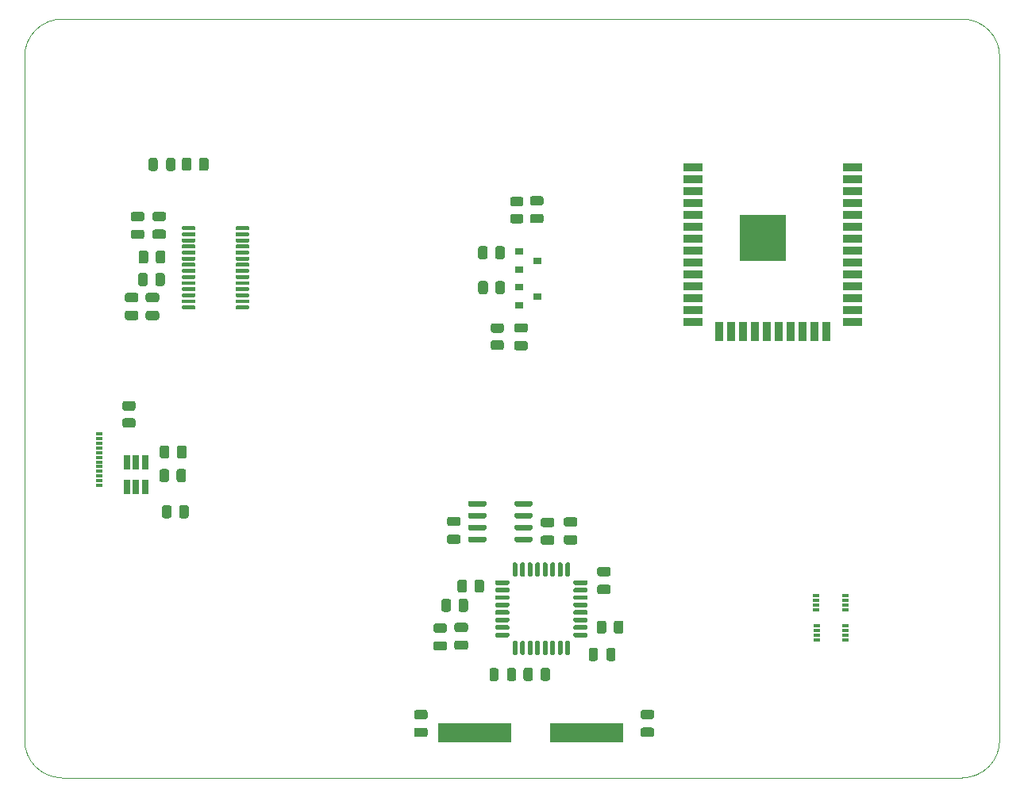
<source format=gbr>
%TF.GenerationSoftware,KiCad,Pcbnew,(5.1.10)-1*%
%TF.CreationDate,2021-08-05T14:48:44-04:00*%
%TF.ProjectId,ftdi-testing-board,66746469-2d74-4657-9374-696e672d626f,rev?*%
%TF.SameCoordinates,Original*%
%TF.FileFunction,Paste,Top*%
%TF.FilePolarity,Positive*%
%FSLAX46Y46*%
G04 Gerber Fmt 4.6, Leading zero omitted, Abs format (unit mm)*
G04 Created by KiCad (PCBNEW (5.1.10)-1) date 2021-08-05 14:48:44*
%MOMM*%
%LPD*%
G01*
G04 APERTURE LIST*
%TA.AperFunction,Profile*%
%ADD10C,0.050000*%
%TD*%
%ADD11R,0.650000X1.560000*%
%ADD12R,0.700000X0.350000*%
%ADD13R,0.900000X0.800000*%
%ADD14R,0.800000X0.300000*%
%ADD15R,5.000000X5.000000*%
%ADD16R,2.000000X0.900000*%
%ADD17R,0.900000X2.000000*%
%ADD18R,7.875000X2.000000*%
G04 APERTURE END LIST*
D10*
X242000000Y-94000000D02*
G75*
G03*
X238000000Y-90000000I-4000000J0D01*
G01*
X238000000Y-171000000D02*
G75*
G03*
X242000000Y-167000000I0J4000000D01*
G01*
X138000000Y-167000000D02*
G75*
G03*
X142000000Y-171000000I4000000J0D01*
G01*
X142000000Y-90000000D02*
G75*
G03*
X138000000Y-94000000I0J-4000000D01*
G01*
X138000000Y-167000000D02*
X138000000Y-94000000D01*
X238000000Y-90000000D02*
X142000000Y-90000000D01*
X242000000Y-167000000D02*
X242000000Y-94000000D01*
X142000000Y-171000000D02*
X238000000Y-171000000D01*
%TO.C,C1*%
G36*
G01*
X193098440Y-111795220D02*
X192148440Y-111795220D01*
G75*
G02*
X191898440Y-111545220I0J250000D01*
G01*
X191898440Y-111045220D01*
G75*
G02*
X192148440Y-110795220I250000J0D01*
G01*
X193098440Y-110795220D01*
G75*
G02*
X193348440Y-111045220I0J-250000D01*
G01*
X193348440Y-111545220D01*
G75*
G02*
X193098440Y-111795220I-250000J0D01*
G01*
G37*
G36*
G01*
X193098440Y-109895220D02*
X192148440Y-109895220D01*
G75*
G02*
X191898440Y-109645220I0J250000D01*
G01*
X191898440Y-109145220D01*
G75*
G02*
X192148440Y-108895220I250000J0D01*
G01*
X193098440Y-108895220D01*
G75*
G02*
X193348440Y-109145220I0J-250000D01*
G01*
X193348440Y-109645220D01*
G75*
G02*
X193098440Y-109895220I-250000J0D01*
G01*
G37*
%TD*%
%TO.C,C2*%
G36*
G01*
X190469500Y-124366440D02*
X191419500Y-124366440D01*
G75*
G02*
X191669500Y-124616440I0J-250000D01*
G01*
X191669500Y-125116440D01*
G75*
G02*
X191419500Y-125366440I-250000J0D01*
G01*
X190469500Y-125366440D01*
G75*
G02*
X190219500Y-125116440I0J250000D01*
G01*
X190219500Y-124616440D01*
G75*
G02*
X190469500Y-124366440I250000J0D01*
G01*
G37*
G36*
G01*
X190469500Y-122466440D02*
X191419500Y-122466440D01*
G75*
G02*
X191669500Y-122716440I0J-250000D01*
G01*
X191669500Y-123216440D01*
G75*
G02*
X191419500Y-123466440I-250000J0D01*
G01*
X190469500Y-123466440D01*
G75*
G02*
X190219500Y-123216440I0J250000D01*
G01*
X190219500Y-122716440D01*
G75*
G02*
X190469500Y-122466440I250000J0D01*
G01*
G37*
%TD*%
%TO.C,C3*%
G36*
G01*
X184091560Y-156342540D02*
X185041560Y-156342540D01*
G75*
G02*
X185291560Y-156592540I0J-250000D01*
G01*
X185291560Y-157092540D01*
G75*
G02*
X185041560Y-157342540I-250000J0D01*
G01*
X184091560Y-157342540D01*
G75*
G02*
X183841560Y-157092540I0J250000D01*
G01*
X183841560Y-156592540D01*
G75*
G02*
X184091560Y-156342540I250000J0D01*
G01*
G37*
G36*
G01*
X184091560Y-154442540D02*
X185041560Y-154442540D01*
G75*
G02*
X185291560Y-154692540I0J-250000D01*
G01*
X185291560Y-155192540D01*
G75*
G02*
X185041560Y-155442540I-250000J0D01*
G01*
X184091560Y-155442540D01*
G75*
G02*
X183841560Y-155192540I0J250000D01*
G01*
X183841560Y-154692540D01*
G75*
G02*
X184091560Y-154442540I250000J0D01*
G01*
G37*
%TD*%
%TO.C,C4*%
G36*
G01*
X181846200Y-154518700D02*
X182796200Y-154518700D01*
G75*
G02*
X183046200Y-154768700I0J-250000D01*
G01*
X183046200Y-155268700D01*
G75*
G02*
X182796200Y-155518700I-250000J0D01*
G01*
X181846200Y-155518700D01*
G75*
G02*
X181596200Y-155268700I0J250000D01*
G01*
X181596200Y-154768700D01*
G75*
G02*
X181846200Y-154518700I250000J0D01*
G01*
G37*
G36*
G01*
X181846200Y-156418700D02*
X182796200Y-156418700D01*
G75*
G02*
X183046200Y-156668700I0J-250000D01*
G01*
X183046200Y-157168700D01*
G75*
G02*
X182796200Y-157418700I-250000J0D01*
G01*
X181846200Y-157418700D01*
G75*
G02*
X181596200Y-157168700I0J250000D01*
G01*
X181596200Y-156668700D01*
G75*
G02*
X181846200Y-156418700I250000J0D01*
G01*
G37*
%TD*%
%TO.C,C5*%
G36*
G01*
X152829280Y-113469080D02*
X151879280Y-113469080D01*
G75*
G02*
X151629280Y-113219080I0J250000D01*
G01*
X151629280Y-112719080D01*
G75*
G02*
X151879280Y-112469080I250000J0D01*
G01*
X152829280Y-112469080D01*
G75*
G02*
X153079280Y-112719080I0J-250000D01*
G01*
X153079280Y-113219080D01*
G75*
G02*
X152829280Y-113469080I-250000J0D01*
G01*
G37*
G36*
G01*
X152829280Y-111569080D02*
X151879280Y-111569080D01*
G75*
G02*
X151629280Y-111319080I0J250000D01*
G01*
X151629280Y-110819080D01*
G75*
G02*
X151879280Y-110569080I250000J0D01*
G01*
X152829280Y-110569080D01*
G75*
G02*
X153079280Y-110819080I0J-250000D01*
G01*
X153079280Y-111319080D01*
G75*
G02*
X152829280Y-111569080I-250000J0D01*
G01*
G37*
%TD*%
%TO.C,C6*%
G36*
G01*
X196700160Y-146092880D02*
X195750160Y-146092880D01*
G75*
G02*
X195500160Y-145842880I0J250000D01*
G01*
X195500160Y-145342880D01*
G75*
G02*
X195750160Y-145092880I250000J0D01*
G01*
X196700160Y-145092880D01*
G75*
G02*
X196950160Y-145342880I0J-250000D01*
G01*
X196950160Y-145842880D01*
G75*
G02*
X196700160Y-146092880I-250000J0D01*
G01*
G37*
G36*
G01*
X196700160Y-144192880D02*
X195750160Y-144192880D01*
G75*
G02*
X195500160Y-143942880I0J250000D01*
G01*
X195500160Y-143442880D01*
G75*
G02*
X195750160Y-143192880I250000J0D01*
G01*
X196700160Y-143192880D01*
G75*
G02*
X196950160Y-143442880I0J-250000D01*
G01*
X196950160Y-143942880D01*
G75*
G02*
X196700160Y-144192880I-250000J0D01*
G01*
G37*
%TD*%
%TO.C,C7*%
G36*
G01*
X148945580Y-119227980D02*
X149895580Y-119227980D01*
G75*
G02*
X150145580Y-119477980I0J-250000D01*
G01*
X150145580Y-119977980D01*
G75*
G02*
X149895580Y-120227980I-250000J0D01*
G01*
X148945580Y-120227980D01*
G75*
G02*
X148695580Y-119977980I0J250000D01*
G01*
X148695580Y-119477980D01*
G75*
G02*
X148945580Y-119227980I250000J0D01*
G01*
G37*
G36*
G01*
X148945580Y-121127980D02*
X149895580Y-121127980D01*
G75*
G02*
X150145580Y-121377980I0J-250000D01*
G01*
X150145580Y-121877980D01*
G75*
G02*
X149895580Y-122127980I-250000J0D01*
G01*
X148945580Y-122127980D01*
G75*
G02*
X148695580Y-121877980I0J250000D01*
G01*
X148695580Y-121377980D01*
G75*
G02*
X148945580Y-121127980I250000J0D01*
G01*
G37*
%TD*%
%TO.C,C8*%
G36*
G01*
X180738800Y-166654140D02*
X179788800Y-166654140D01*
G75*
G02*
X179538800Y-166404140I0J250000D01*
G01*
X179538800Y-165904140D01*
G75*
G02*
X179788800Y-165654140I250000J0D01*
G01*
X180738800Y-165654140D01*
G75*
G02*
X180988800Y-165904140I0J-250000D01*
G01*
X180988800Y-166404140D01*
G75*
G02*
X180738800Y-166654140I-250000J0D01*
G01*
G37*
G36*
G01*
X180738800Y-164754140D02*
X179788800Y-164754140D01*
G75*
G02*
X179538800Y-164504140I0J250000D01*
G01*
X179538800Y-164004140D01*
G75*
G02*
X179788800Y-163754140I250000J0D01*
G01*
X180738800Y-163754140D01*
G75*
G02*
X180988800Y-164004140I0J-250000D01*
G01*
X180988800Y-164504140D01*
G75*
G02*
X180738800Y-164754140I-250000J0D01*
G01*
G37*
%TD*%
%TO.C,C9*%
G36*
G01*
X151155380Y-119230480D02*
X152105380Y-119230480D01*
G75*
G02*
X152355380Y-119480480I0J-250000D01*
G01*
X152355380Y-119980480D01*
G75*
G02*
X152105380Y-120230480I-250000J0D01*
G01*
X151155380Y-120230480D01*
G75*
G02*
X150905380Y-119980480I0J250000D01*
G01*
X150905380Y-119480480D01*
G75*
G02*
X151155380Y-119230480I250000J0D01*
G01*
G37*
G36*
G01*
X151155380Y-121130480D02*
X152105380Y-121130480D01*
G75*
G02*
X152355380Y-121380480I0J-250000D01*
G01*
X152355380Y-121880480D01*
G75*
G02*
X152105380Y-122130480I-250000J0D01*
G01*
X151155380Y-122130480D01*
G75*
G02*
X150905380Y-121880480I0J250000D01*
G01*
X150905380Y-121380480D01*
G75*
G02*
X151155380Y-121130480I250000J0D01*
G01*
G37*
%TD*%
%TO.C,C10*%
G36*
G01*
X204896740Y-164733860D02*
X203946740Y-164733860D01*
G75*
G02*
X203696740Y-164483860I0J250000D01*
G01*
X203696740Y-163983860D01*
G75*
G02*
X203946740Y-163733860I250000J0D01*
G01*
X204896740Y-163733860D01*
G75*
G02*
X205146740Y-163983860I0J-250000D01*
G01*
X205146740Y-164483860D01*
G75*
G02*
X204896740Y-164733860I-250000J0D01*
G01*
G37*
G36*
G01*
X204896740Y-166633860D02*
X203946740Y-166633860D01*
G75*
G02*
X203696740Y-166383860I0J250000D01*
G01*
X203696740Y-165883860D01*
G75*
G02*
X203946740Y-165633860I250000J0D01*
G01*
X204896740Y-165633860D01*
G75*
G02*
X205146740Y-165883860I0J-250000D01*
G01*
X205146740Y-166383860D01*
G75*
G02*
X204896740Y-166633860I-250000J0D01*
G01*
G37*
%TD*%
%TO.C,C11*%
G36*
G01*
X200263780Y-149496400D02*
X199313780Y-149496400D01*
G75*
G02*
X199063780Y-149246400I0J250000D01*
G01*
X199063780Y-148746400D01*
G75*
G02*
X199313780Y-148496400I250000J0D01*
G01*
X200263780Y-148496400D01*
G75*
G02*
X200513780Y-148746400I0J-250000D01*
G01*
X200513780Y-149246400D01*
G75*
G02*
X200263780Y-149496400I-250000J0D01*
G01*
G37*
G36*
G01*
X200263780Y-151396400D02*
X199313780Y-151396400D01*
G75*
G02*
X199063780Y-151146400I0J250000D01*
G01*
X199063780Y-150646400D01*
G75*
G02*
X199313780Y-150396400I250000J0D01*
G01*
X200263780Y-150396400D01*
G75*
G02*
X200513780Y-150646400I0J-250000D01*
G01*
X200513780Y-151146400D01*
G75*
G02*
X200263780Y-151396400I-250000J0D01*
G01*
G37*
%TD*%
D11*
%TO.C,D1*%
X150835400Y-137283200D03*
X149885400Y-137283200D03*
X148935400Y-137283200D03*
X148935400Y-139983200D03*
X150835400Y-139983200D03*
X149885400Y-139983200D03*
%TD*%
%TO.C,D2*%
G36*
G01*
X198170980Y-158291850D02*
X198170980Y-157379350D01*
G75*
G02*
X198414730Y-157135600I243750J0D01*
G01*
X198902230Y-157135600D01*
G75*
G02*
X199145980Y-157379350I0J-243750D01*
G01*
X199145980Y-158291850D01*
G75*
G02*
X198902230Y-158535600I-243750J0D01*
G01*
X198414730Y-158535600D01*
G75*
G02*
X198170980Y-158291850I0J243750D01*
G01*
G37*
G36*
G01*
X200045980Y-158291850D02*
X200045980Y-157379350D01*
G75*
G02*
X200289730Y-157135600I243750J0D01*
G01*
X200777230Y-157135600D01*
G75*
G02*
X201020980Y-157379350I0J-243750D01*
G01*
X201020980Y-158291850D01*
G75*
G02*
X200777230Y-158535600I-243750J0D01*
G01*
X200289730Y-158535600D01*
G75*
G02*
X200045980Y-158291850I0J243750D01*
G01*
G37*
%TD*%
%TO.C,D3*%
G36*
G01*
X187571320Y-160438150D02*
X187571320Y-159525650D01*
G75*
G02*
X187815070Y-159281900I243750J0D01*
G01*
X188302570Y-159281900D01*
G75*
G02*
X188546320Y-159525650I0J-243750D01*
G01*
X188546320Y-160438150D01*
G75*
G02*
X188302570Y-160681900I-243750J0D01*
G01*
X187815070Y-160681900D01*
G75*
G02*
X187571320Y-160438150I0J243750D01*
G01*
G37*
G36*
G01*
X189446320Y-160438150D02*
X189446320Y-159525650D01*
G75*
G02*
X189690070Y-159281900I243750J0D01*
G01*
X190177570Y-159281900D01*
G75*
G02*
X190421320Y-159525650I0J-243750D01*
G01*
X190421320Y-160438150D01*
G75*
G02*
X190177570Y-160681900I-243750J0D01*
G01*
X189690070Y-160681900D01*
G75*
G02*
X189446320Y-160438150I0J243750D01*
G01*
G37*
%TD*%
%TO.C,D4*%
G36*
G01*
X153094080Y-105978010D02*
X153094080Y-105065510D01*
G75*
G02*
X153337830Y-104821760I243750J0D01*
G01*
X153825330Y-104821760D01*
G75*
G02*
X154069080Y-105065510I0J-243750D01*
G01*
X154069080Y-105978010D01*
G75*
G02*
X153825330Y-106221760I-243750J0D01*
G01*
X153337830Y-106221760D01*
G75*
G02*
X153094080Y-105978010I0J243750D01*
G01*
G37*
G36*
G01*
X151219080Y-105978010D02*
X151219080Y-105065510D01*
G75*
G02*
X151462830Y-104821760I243750J0D01*
G01*
X151950330Y-104821760D01*
G75*
G02*
X152194080Y-105065510I0J-243750D01*
G01*
X152194080Y-105978010D01*
G75*
G02*
X151950330Y-106221760I-243750J0D01*
G01*
X151462830Y-106221760D01*
G75*
G02*
X151219080Y-105978010I0J243750D01*
G01*
G37*
%TD*%
%TO.C,FB1*%
G36*
G01*
X153447800Y-135770199D02*
X153447800Y-136670201D01*
G75*
G02*
X153197801Y-136920200I-249999J0D01*
G01*
X152672799Y-136920200D01*
G75*
G02*
X152422800Y-136670201I0J249999D01*
G01*
X152422800Y-135770199D01*
G75*
G02*
X152672799Y-135520200I249999J0D01*
G01*
X153197801Y-135520200D01*
G75*
G02*
X153447800Y-135770199I0J-249999D01*
G01*
G37*
G36*
G01*
X155272800Y-135770199D02*
X155272800Y-136670201D01*
G75*
G02*
X155022801Y-136920200I-249999J0D01*
G01*
X154497799Y-136920200D01*
G75*
G02*
X154247800Y-136670201I0J249999D01*
G01*
X154247800Y-135770199D01*
G75*
G02*
X154497799Y-135520200I249999J0D01*
G01*
X155022801Y-135520200D01*
G75*
G02*
X155272800Y-135770199I0J-249999D01*
G01*
G37*
%TD*%
%TO.C,FB2*%
G36*
G01*
X155222000Y-138284799D02*
X155222000Y-139184801D01*
G75*
G02*
X154972001Y-139434800I-249999J0D01*
G01*
X154446999Y-139434800D01*
G75*
G02*
X154197000Y-139184801I0J249999D01*
G01*
X154197000Y-138284799D01*
G75*
G02*
X154446999Y-138034800I249999J0D01*
G01*
X154972001Y-138034800D01*
G75*
G02*
X155222000Y-138284799I0J-249999D01*
G01*
G37*
G36*
G01*
X153397000Y-138284799D02*
X153397000Y-139184801D01*
G75*
G02*
X153147001Y-139434800I-249999J0D01*
G01*
X152621999Y-139434800D01*
G75*
G02*
X152372000Y-139184801I0J249999D01*
G01*
X152372000Y-138284799D01*
G75*
G02*
X152621999Y-138034800I249999J0D01*
G01*
X153147001Y-138034800D01*
G75*
G02*
X153397000Y-138284799I0J-249999D01*
G01*
G37*
%TD*%
D12*
%TO.C,J3*%
X145980200Y-139783000D03*
X145980200Y-139283000D03*
X145980200Y-138783000D03*
X145980200Y-138283000D03*
X145980200Y-137783000D03*
X145980200Y-137283000D03*
X145980200Y-136783000D03*
X145980200Y-136283000D03*
X145980200Y-135783000D03*
X145980200Y-135283000D03*
X145980200Y-134783000D03*
X145980200Y-134283000D03*
%TD*%
D13*
%TO.C,Q1*%
X192726820Y-115788440D03*
X190726820Y-116738440D03*
X190726820Y-114838440D03*
%TD*%
%TO.C,Q2*%
X190726820Y-118635740D03*
X190726820Y-120535740D03*
X192726820Y-119585740D03*
%TD*%
%TO.C,R1*%
G36*
G01*
X187389820Y-114487539D02*
X187389820Y-115387541D01*
G75*
G02*
X187139821Y-115637540I-249999J0D01*
G01*
X186614819Y-115637540D01*
G75*
G02*
X186364820Y-115387541I0J249999D01*
G01*
X186364820Y-114487539D01*
G75*
G02*
X186614819Y-114237540I249999J0D01*
G01*
X187139821Y-114237540D01*
G75*
G02*
X187389820Y-114487539I0J-249999D01*
G01*
G37*
G36*
G01*
X189214820Y-114487539D02*
X189214820Y-115387541D01*
G75*
G02*
X188964821Y-115637540I-249999J0D01*
G01*
X188439819Y-115637540D01*
G75*
G02*
X188189820Y-115387541I0J249999D01*
G01*
X188189820Y-114487539D01*
G75*
G02*
X188439819Y-114237540I249999J0D01*
G01*
X188964821Y-114237540D01*
G75*
G02*
X189214820Y-114487539I0J-249999D01*
G01*
G37*
%TD*%
%TO.C,R2*%
G36*
G01*
X189230060Y-118218799D02*
X189230060Y-119118801D01*
G75*
G02*
X188980061Y-119368800I-249999J0D01*
G01*
X188455059Y-119368800D01*
G75*
G02*
X188205060Y-119118801I0J249999D01*
G01*
X188205060Y-118218799D01*
G75*
G02*
X188455059Y-117968800I249999J0D01*
G01*
X188980061Y-117968800D01*
G75*
G02*
X189230060Y-118218799I0J-249999D01*
G01*
G37*
G36*
G01*
X187405060Y-118218799D02*
X187405060Y-119118801D01*
G75*
G02*
X187155061Y-119368800I-249999J0D01*
G01*
X186630059Y-119368800D01*
G75*
G02*
X186380060Y-119118801I0J249999D01*
G01*
X186380060Y-118218799D01*
G75*
G02*
X186630059Y-117968800I249999J0D01*
G01*
X187155061Y-117968800D01*
G75*
G02*
X187405060Y-118218799I0J-249999D01*
G01*
G37*
%TD*%
%TO.C,R3*%
G36*
G01*
X152651400Y-143045601D02*
X152651400Y-142145599D01*
G75*
G02*
X152901399Y-141895600I249999J0D01*
G01*
X153426401Y-141895600D01*
G75*
G02*
X153676400Y-142145599I0J-249999D01*
G01*
X153676400Y-143045601D01*
G75*
G02*
X153426401Y-143295600I-249999J0D01*
G01*
X152901399Y-143295600D01*
G75*
G02*
X152651400Y-143045601I0J249999D01*
G01*
G37*
G36*
G01*
X154476400Y-143045601D02*
X154476400Y-142145599D01*
G75*
G02*
X154726399Y-141895600I249999J0D01*
G01*
X155251401Y-141895600D01*
G75*
G02*
X155501400Y-142145599I0J-249999D01*
G01*
X155501400Y-143045601D01*
G75*
G02*
X155251401Y-143295600I-249999J0D01*
G01*
X154726399Y-143295600D01*
G75*
G02*
X154476400Y-143045601I0J249999D01*
G01*
G37*
%TD*%
%TO.C,R4*%
G36*
G01*
X149573401Y-131807000D02*
X148673399Y-131807000D01*
G75*
G02*
X148423400Y-131557001I0J249999D01*
G01*
X148423400Y-131031999D01*
G75*
G02*
X148673399Y-130782000I249999J0D01*
G01*
X149573401Y-130782000D01*
G75*
G02*
X149823400Y-131031999I0J-249999D01*
G01*
X149823400Y-131557001D01*
G75*
G02*
X149573401Y-131807000I-249999J0D01*
G01*
G37*
G36*
G01*
X149573401Y-133632000D02*
X148673399Y-133632000D01*
G75*
G02*
X148423400Y-133382001I0J249999D01*
G01*
X148423400Y-132856999D01*
G75*
G02*
X148673399Y-132607000I249999J0D01*
G01*
X149573401Y-132607000D01*
G75*
G02*
X149823400Y-132856999I0J-249999D01*
G01*
X149823400Y-133382001D01*
G75*
G02*
X149573401Y-133632000I-249999J0D01*
G01*
G37*
%TD*%
%TO.C,R5*%
G36*
G01*
X190042379Y-110785860D02*
X190942381Y-110785860D01*
G75*
G02*
X191192380Y-111035859I0J-249999D01*
G01*
X191192380Y-111560861D01*
G75*
G02*
X190942381Y-111810860I-249999J0D01*
G01*
X190042379Y-111810860D01*
G75*
G02*
X189792380Y-111560861I0J249999D01*
G01*
X189792380Y-111035859D01*
G75*
G02*
X190042379Y-110785860I249999J0D01*
G01*
G37*
G36*
G01*
X190042379Y-108960860D02*
X190942381Y-108960860D01*
G75*
G02*
X191192380Y-109210859I0J-249999D01*
G01*
X191192380Y-109735861D01*
G75*
G02*
X190942381Y-109985860I-249999J0D01*
G01*
X190042379Y-109985860D01*
G75*
G02*
X189792380Y-109735861I0J249999D01*
G01*
X189792380Y-109210859D01*
G75*
G02*
X190042379Y-108960860I249999J0D01*
G01*
G37*
%TD*%
%TO.C,R6*%
G36*
G01*
X188864661Y-125323020D02*
X187964659Y-125323020D01*
G75*
G02*
X187714660Y-125073021I0J249999D01*
G01*
X187714660Y-124548019D01*
G75*
G02*
X187964659Y-124298020I249999J0D01*
G01*
X188864661Y-124298020D01*
G75*
G02*
X189114660Y-124548019I0J-249999D01*
G01*
X189114660Y-125073021D01*
G75*
G02*
X188864661Y-125323020I-249999J0D01*
G01*
G37*
G36*
G01*
X188864661Y-123498020D02*
X187964659Y-123498020D01*
G75*
G02*
X187714660Y-123248021I0J249999D01*
G01*
X187714660Y-122723019D01*
G75*
G02*
X187964659Y-122473020I249999J0D01*
G01*
X188864661Y-122473020D01*
G75*
G02*
X189114660Y-122723019I0J-249999D01*
G01*
X189114660Y-123248021D01*
G75*
G02*
X188864661Y-123498020I-249999J0D01*
G01*
G37*
%TD*%
%TO.C,R7*%
G36*
G01*
X183475040Y-152137959D02*
X183475040Y-153037961D01*
G75*
G02*
X183225041Y-153287960I-249999J0D01*
G01*
X182700039Y-153287960D01*
G75*
G02*
X182450040Y-153037961I0J249999D01*
G01*
X182450040Y-152137959D01*
G75*
G02*
X182700039Y-151887960I249999J0D01*
G01*
X183225041Y-151887960D01*
G75*
G02*
X183475040Y-152137959I0J-249999D01*
G01*
G37*
G36*
G01*
X185300040Y-152137959D02*
X185300040Y-153037961D01*
G75*
G02*
X185050041Y-153287960I-249999J0D01*
G01*
X184525039Y-153287960D01*
G75*
G02*
X184275040Y-153037961I0J249999D01*
G01*
X184275040Y-152137959D01*
G75*
G02*
X184525039Y-151887960I249999J0D01*
G01*
X185050041Y-151887960D01*
G75*
G02*
X185300040Y-152137959I0J-249999D01*
G01*
G37*
%TD*%
%TO.C,R8*%
G36*
G01*
X187009460Y-150093259D02*
X187009460Y-150993261D01*
G75*
G02*
X186759461Y-151243260I-249999J0D01*
G01*
X186234459Y-151243260D01*
G75*
G02*
X185984460Y-150993261I0J249999D01*
G01*
X185984460Y-150093259D01*
G75*
G02*
X186234459Y-149843260I249999J0D01*
G01*
X186759461Y-149843260D01*
G75*
G02*
X187009460Y-150093259I0J-249999D01*
G01*
G37*
G36*
G01*
X185184460Y-150093259D02*
X185184460Y-150993261D01*
G75*
G02*
X184934461Y-151243260I-249999J0D01*
G01*
X184409459Y-151243260D01*
G75*
G02*
X184159460Y-150993261I0J249999D01*
G01*
X184159460Y-150093259D01*
G75*
G02*
X184409459Y-149843260I249999J0D01*
G01*
X184934461Y-149843260D01*
G75*
G02*
X185184460Y-150093259I0J-249999D01*
G01*
G37*
%TD*%
%TO.C,R9*%
G36*
G01*
X153004580Y-114959979D02*
X153004580Y-115859981D01*
G75*
G02*
X152754581Y-116109980I-249999J0D01*
G01*
X152229579Y-116109980D01*
G75*
G02*
X151979580Y-115859981I0J249999D01*
G01*
X151979580Y-114959979D01*
G75*
G02*
X152229579Y-114709980I249999J0D01*
G01*
X152754581Y-114709980D01*
G75*
G02*
X153004580Y-114959979I0J-249999D01*
G01*
G37*
G36*
G01*
X151179580Y-114959979D02*
X151179580Y-115859981D01*
G75*
G02*
X150929581Y-116109980I-249999J0D01*
G01*
X150404579Y-116109980D01*
G75*
G02*
X150154580Y-115859981I0J249999D01*
G01*
X150154580Y-114959979D01*
G75*
G02*
X150404579Y-114709980I249999J0D01*
G01*
X150929581Y-114709980D01*
G75*
G02*
X151179580Y-114959979I0J-249999D01*
G01*
G37*
%TD*%
%TO.C,R10*%
G36*
G01*
X151130680Y-117360279D02*
X151130680Y-118260281D01*
G75*
G02*
X150880681Y-118510280I-249999J0D01*
G01*
X150355679Y-118510280D01*
G75*
G02*
X150105680Y-118260281I0J249999D01*
G01*
X150105680Y-117360279D01*
G75*
G02*
X150355679Y-117110280I249999J0D01*
G01*
X150880681Y-117110280D01*
G75*
G02*
X151130680Y-117360279I0J-249999D01*
G01*
G37*
G36*
G01*
X152955680Y-117360279D02*
X152955680Y-118260281D01*
G75*
G02*
X152705681Y-118510280I-249999J0D01*
G01*
X152180679Y-118510280D01*
G75*
G02*
X151930680Y-118260281I0J249999D01*
G01*
X151930680Y-117360279D01*
G75*
G02*
X152180679Y-117110280I249999J0D01*
G01*
X152705681Y-117110280D01*
G75*
G02*
X152955680Y-117360279I0J-249999D01*
G01*
G37*
%TD*%
%TO.C,R11*%
G36*
G01*
X200842200Y-155372221D02*
X200842200Y-154472219D01*
G75*
G02*
X201092199Y-154222220I249999J0D01*
G01*
X201617201Y-154222220D01*
G75*
G02*
X201867200Y-154472219I0J-249999D01*
G01*
X201867200Y-155372221D01*
G75*
G02*
X201617201Y-155622220I-249999J0D01*
G01*
X201092199Y-155622220D01*
G75*
G02*
X200842200Y-155372221I0J249999D01*
G01*
G37*
G36*
G01*
X199017200Y-155372221D02*
X199017200Y-154472219D01*
G75*
G02*
X199267199Y-154222220I249999J0D01*
G01*
X199792201Y-154222220D01*
G75*
G02*
X200042200Y-154472219I0J-249999D01*
G01*
X200042200Y-155372221D01*
G75*
G02*
X199792201Y-155622220I-249999J0D01*
G01*
X199267199Y-155622220D01*
G75*
G02*
X199017200Y-155372221I0J249999D01*
G01*
G37*
%TD*%
%TO.C,R12*%
G36*
G01*
X194050980Y-159498879D02*
X194050980Y-160398881D01*
G75*
G02*
X193800981Y-160648880I-249999J0D01*
G01*
X193275979Y-160648880D01*
G75*
G02*
X193025980Y-160398881I0J249999D01*
G01*
X193025980Y-159498879D01*
G75*
G02*
X193275979Y-159248880I249999J0D01*
G01*
X193800981Y-159248880D01*
G75*
G02*
X194050980Y-159498879I0J-249999D01*
G01*
G37*
G36*
G01*
X192225980Y-159498879D02*
X192225980Y-160398881D01*
G75*
G02*
X191975981Y-160648880I-249999J0D01*
G01*
X191450979Y-160648880D01*
G75*
G02*
X191200980Y-160398881I0J249999D01*
G01*
X191200980Y-159498879D01*
G75*
G02*
X191450979Y-159248880I249999J0D01*
G01*
X191975981Y-159248880D01*
G75*
G02*
X192225980Y-159498879I0J-249999D01*
G01*
G37*
%TD*%
%TO.C,R13*%
G36*
G01*
X157614680Y-105046359D02*
X157614680Y-105946361D01*
G75*
G02*
X157364681Y-106196360I-249999J0D01*
G01*
X156839679Y-106196360D01*
G75*
G02*
X156589680Y-105946361I0J249999D01*
G01*
X156589680Y-105046359D01*
G75*
G02*
X156839679Y-104796360I249999J0D01*
G01*
X157364681Y-104796360D01*
G75*
G02*
X157614680Y-105046359I0J-249999D01*
G01*
G37*
G36*
G01*
X155789680Y-105046359D02*
X155789680Y-105946361D01*
G75*
G02*
X155539681Y-106196360I-249999J0D01*
G01*
X155014679Y-106196360D01*
G75*
G02*
X154764680Y-105946361I0J249999D01*
G01*
X154764680Y-105046359D01*
G75*
G02*
X155014679Y-104796360I249999J0D01*
G01*
X155539681Y-104796360D01*
G75*
G02*
X155789680Y-105046359I0J-249999D01*
G01*
G37*
%TD*%
D14*
%TO.C,U1*%
X225527200Y-151540780D03*
X225527200Y-152040780D03*
X225527200Y-152540780D03*
X225527200Y-153040780D03*
X222427200Y-153040780D03*
X222427200Y-152540780D03*
X222427200Y-152040780D03*
X222427200Y-151540780D03*
%TD*%
%TO.C,U2*%
X222478000Y-154791980D03*
X222478000Y-155291980D03*
X222478000Y-155791980D03*
X222478000Y-156291980D03*
X225578000Y-156291980D03*
X225578000Y-155791980D03*
X225578000Y-155291980D03*
X225578000Y-154791980D03*
%TD*%
D15*
%TO.C,U3*%
X216774000Y-113366460D03*
D16*
X226274000Y-105866460D03*
X226274000Y-107136460D03*
X226274000Y-108406460D03*
X226274000Y-109676460D03*
X226274000Y-110946460D03*
X226274000Y-112216460D03*
X226274000Y-113486460D03*
X226274000Y-114756460D03*
X226274000Y-116026460D03*
X226274000Y-117296460D03*
X226274000Y-118566460D03*
X226274000Y-119836460D03*
X226274000Y-121106460D03*
X226274000Y-122376460D03*
D17*
X223489000Y-123376460D03*
X222219000Y-123376460D03*
X220949000Y-123376460D03*
X219679000Y-123376460D03*
X218409000Y-123376460D03*
X217139000Y-123376460D03*
X215869000Y-123376460D03*
X214599000Y-123376460D03*
X213329000Y-123376460D03*
X212059000Y-123376460D03*
D16*
X209274000Y-122376460D03*
X209274000Y-121106460D03*
X209274000Y-119836460D03*
X209274000Y-118566460D03*
X209274000Y-117296460D03*
X209274000Y-116026460D03*
X209274000Y-114756460D03*
X209274000Y-113486460D03*
X209274000Y-112216460D03*
X209274000Y-110946460D03*
X209274000Y-109676460D03*
X209274000Y-108406460D03*
X209274000Y-107136460D03*
X209274000Y-105866460D03*
%TD*%
%TO.C,C12*%
G36*
G01*
X184251620Y-144137000D02*
X183301620Y-144137000D01*
G75*
G02*
X183051620Y-143887000I0J250000D01*
G01*
X183051620Y-143387000D01*
G75*
G02*
X183301620Y-143137000I250000J0D01*
G01*
X184251620Y-143137000D01*
G75*
G02*
X184501620Y-143387000I0J-250000D01*
G01*
X184501620Y-143887000D01*
G75*
G02*
X184251620Y-144137000I-250000J0D01*
G01*
G37*
G36*
G01*
X184251620Y-146037000D02*
X183301620Y-146037000D01*
G75*
G02*
X183051620Y-145787000I0J250000D01*
G01*
X183051620Y-145287000D01*
G75*
G02*
X183301620Y-145037000I250000J0D01*
G01*
X184251620Y-145037000D01*
G75*
G02*
X184501620Y-145287000I0J-250000D01*
G01*
X184501620Y-145787000D01*
G75*
G02*
X184251620Y-146037000I-250000J0D01*
G01*
G37*
%TD*%
%TO.C,U5*%
G36*
G01*
X192189780Y-145389460D02*
X192189780Y-145689460D01*
G75*
G02*
X192039780Y-145839460I-150000J0D01*
G01*
X190389780Y-145839460D01*
G75*
G02*
X190239780Y-145689460I0J150000D01*
G01*
X190239780Y-145389460D01*
G75*
G02*
X190389780Y-145239460I150000J0D01*
G01*
X192039780Y-145239460D01*
G75*
G02*
X192189780Y-145389460I0J-150000D01*
G01*
G37*
G36*
G01*
X192189780Y-144119460D02*
X192189780Y-144419460D01*
G75*
G02*
X192039780Y-144569460I-150000J0D01*
G01*
X190389780Y-144569460D01*
G75*
G02*
X190239780Y-144419460I0J150000D01*
G01*
X190239780Y-144119460D01*
G75*
G02*
X190389780Y-143969460I150000J0D01*
G01*
X192039780Y-143969460D01*
G75*
G02*
X192189780Y-144119460I0J-150000D01*
G01*
G37*
G36*
G01*
X192189780Y-142849460D02*
X192189780Y-143149460D01*
G75*
G02*
X192039780Y-143299460I-150000J0D01*
G01*
X190389780Y-143299460D01*
G75*
G02*
X190239780Y-143149460I0J150000D01*
G01*
X190239780Y-142849460D01*
G75*
G02*
X190389780Y-142699460I150000J0D01*
G01*
X192039780Y-142699460D01*
G75*
G02*
X192189780Y-142849460I0J-150000D01*
G01*
G37*
G36*
G01*
X192189780Y-141579460D02*
X192189780Y-141879460D01*
G75*
G02*
X192039780Y-142029460I-150000J0D01*
G01*
X190389780Y-142029460D01*
G75*
G02*
X190239780Y-141879460I0J150000D01*
G01*
X190239780Y-141579460D01*
G75*
G02*
X190389780Y-141429460I150000J0D01*
G01*
X192039780Y-141429460D01*
G75*
G02*
X192189780Y-141579460I0J-150000D01*
G01*
G37*
G36*
G01*
X187239780Y-141579460D02*
X187239780Y-141879460D01*
G75*
G02*
X187089780Y-142029460I-150000J0D01*
G01*
X185439780Y-142029460D01*
G75*
G02*
X185289780Y-141879460I0J150000D01*
G01*
X185289780Y-141579460D01*
G75*
G02*
X185439780Y-141429460I150000J0D01*
G01*
X187089780Y-141429460D01*
G75*
G02*
X187239780Y-141579460I0J-150000D01*
G01*
G37*
G36*
G01*
X187239780Y-142849460D02*
X187239780Y-143149460D01*
G75*
G02*
X187089780Y-143299460I-150000J0D01*
G01*
X185439780Y-143299460D01*
G75*
G02*
X185289780Y-143149460I0J150000D01*
G01*
X185289780Y-142849460D01*
G75*
G02*
X185439780Y-142699460I150000J0D01*
G01*
X187089780Y-142699460D01*
G75*
G02*
X187239780Y-142849460I0J-150000D01*
G01*
G37*
G36*
G01*
X187239780Y-144119460D02*
X187239780Y-144419460D01*
G75*
G02*
X187089780Y-144569460I-150000J0D01*
G01*
X185439780Y-144569460D01*
G75*
G02*
X185289780Y-144419460I0J150000D01*
G01*
X185289780Y-144119460D01*
G75*
G02*
X185439780Y-143969460I150000J0D01*
G01*
X187089780Y-143969460D01*
G75*
G02*
X187239780Y-144119460I0J-150000D01*
G01*
G37*
G36*
G01*
X187239780Y-145389460D02*
X187239780Y-145689460D01*
G75*
G02*
X187089780Y-145839460I-150000J0D01*
G01*
X185439780Y-145839460D01*
G75*
G02*
X185289780Y-145689460I0J150000D01*
G01*
X185289780Y-145389460D01*
G75*
G02*
X185439780Y-145239460I150000J0D01*
G01*
X187089780Y-145239460D01*
G75*
G02*
X187239780Y-145389460I0J-150000D01*
G01*
G37*
%TD*%
%TO.C,C13*%
G36*
G01*
X150517880Y-111584280D02*
X149567880Y-111584280D01*
G75*
G02*
X149317880Y-111334280I0J250000D01*
G01*
X149317880Y-110834280D01*
G75*
G02*
X149567880Y-110584280I250000J0D01*
G01*
X150517880Y-110584280D01*
G75*
G02*
X150767880Y-110834280I0J-250000D01*
G01*
X150767880Y-111334280D01*
G75*
G02*
X150517880Y-111584280I-250000J0D01*
G01*
G37*
G36*
G01*
X150517880Y-113484280D02*
X149567880Y-113484280D01*
G75*
G02*
X149317880Y-113234280I0J250000D01*
G01*
X149317880Y-112734280D01*
G75*
G02*
X149567880Y-112484280I250000J0D01*
G01*
X150517880Y-112484280D01*
G75*
G02*
X150767880Y-112734280I0J-250000D01*
G01*
X150767880Y-113234280D01*
G75*
G02*
X150517880Y-113484280I-250000J0D01*
G01*
G37*
%TD*%
%TO.C,C14*%
G36*
G01*
X194243980Y-144236060D02*
X193293980Y-144236060D01*
G75*
G02*
X193043980Y-143986060I0J250000D01*
G01*
X193043980Y-143486060D01*
G75*
G02*
X193293980Y-143236060I250000J0D01*
G01*
X194243980Y-143236060D01*
G75*
G02*
X194493980Y-143486060I0J-250000D01*
G01*
X194493980Y-143986060D01*
G75*
G02*
X194243980Y-144236060I-250000J0D01*
G01*
G37*
G36*
G01*
X194243980Y-146136060D02*
X193293980Y-146136060D01*
G75*
G02*
X193043980Y-145886060I0J250000D01*
G01*
X193043980Y-145386060D01*
G75*
G02*
X193293980Y-145136060I250000J0D01*
G01*
X194243980Y-145136060D01*
G75*
G02*
X194493980Y-145386060I0J-250000D01*
G01*
X194493980Y-145886060D01*
G75*
G02*
X194243980Y-146136060I-250000J0D01*
G01*
G37*
%TD*%
%TO.C,U8*%
G36*
G01*
X161961380Y-120677980D02*
X161961380Y-120877980D01*
G75*
G02*
X161861380Y-120977980I-100000J0D01*
G01*
X160586380Y-120977980D01*
G75*
G02*
X160486380Y-120877980I0J100000D01*
G01*
X160486380Y-120677980D01*
G75*
G02*
X160586380Y-120577980I100000J0D01*
G01*
X161861380Y-120577980D01*
G75*
G02*
X161961380Y-120677980I0J-100000D01*
G01*
G37*
G36*
G01*
X161961380Y-120027980D02*
X161961380Y-120227980D01*
G75*
G02*
X161861380Y-120327980I-100000J0D01*
G01*
X160586380Y-120327980D01*
G75*
G02*
X160486380Y-120227980I0J100000D01*
G01*
X160486380Y-120027980D01*
G75*
G02*
X160586380Y-119927980I100000J0D01*
G01*
X161861380Y-119927980D01*
G75*
G02*
X161961380Y-120027980I0J-100000D01*
G01*
G37*
G36*
G01*
X161961380Y-119377980D02*
X161961380Y-119577980D01*
G75*
G02*
X161861380Y-119677980I-100000J0D01*
G01*
X160586380Y-119677980D01*
G75*
G02*
X160486380Y-119577980I0J100000D01*
G01*
X160486380Y-119377980D01*
G75*
G02*
X160586380Y-119277980I100000J0D01*
G01*
X161861380Y-119277980D01*
G75*
G02*
X161961380Y-119377980I0J-100000D01*
G01*
G37*
G36*
G01*
X161961380Y-118727980D02*
X161961380Y-118927980D01*
G75*
G02*
X161861380Y-119027980I-100000J0D01*
G01*
X160586380Y-119027980D01*
G75*
G02*
X160486380Y-118927980I0J100000D01*
G01*
X160486380Y-118727980D01*
G75*
G02*
X160586380Y-118627980I100000J0D01*
G01*
X161861380Y-118627980D01*
G75*
G02*
X161961380Y-118727980I0J-100000D01*
G01*
G37*
G36*
G01*
X161961380Y-118077980D02*
X161961380Y-118277980D01*
G75*
G02*
X161861380Y-118377980I-100000J0D01*
G01*
X160586380Y-118377980D01*
G75*
G02*
X160486380Y-118277980I0J100000D01*
G01*
X160486380Y-118077980D01*
G75*
G02*
X160586380Y-117977980I100000J0D01*
G01*
X161861380Y-117977980D01*
G75*
G02*
X161961380Y-118077980I0J-100000D01*
G01*
G37*
G36*
G01*
X161961380Y-117427980D02*
X161961380Y-117627980D01*
G75*
G02*
X161861380Y-117727980I-100000J0D01*
G01*
X160586380Y-117727980D01*
G75*
G02*
X160486380Y-117627980I0J100000D01*
G01*
X160486380Y-117427980D01*
G75*
G02*
X160586380Y-117327980I100000J0D01*
G01*
X161861380Y-117327980D01*
G75*
G02*
X161961380Y-117427980I0J-100000D01*
G01*
G37*
G36*
G01*
X161961380Y-116777980D02*
X161961380Y-116977980D01*
G75*
G02*
X161861380Y-117077980I-100000J0D01*
G01*
X160586380Y-117077980D01*
G75*
G02*
X160486380Y-116977980I0J100000D01*
G01*
X160486380Y-116777980D01*
G75*
G02*
X160586380Y-116677980I100000J0D01*
G01*
X161861380Y-116677980D01*
G75*
G02*
X161961380Y-116777980I0J-100000D01*
G01*
G37*
G36*
G01*
X161961380Y-116127980D02*
X161961380Y-116327980D01*
G75*
G02*
X161861380Y-116427980I-100000J0D01*
G01*
X160586380Y-116427980D01*
G75*
G02*
X160486380Y-116327980I0J100000D01*
G01*
X160486380Y-116127980D01*
G75*
G02*
X160586380Y-116027980I100000J0D01*
G01*
X161861380Y-116027980D01*
G75*
G02*
X161961380Y-116127980I0J-100000D01*
G01*
G37*
G36*
G01*
X161961380Y-115477980D02*
X161961380Y-115677980D01*
G75*
G02*
X161861380Y-115777980I-100000J0D01*
G01*
X160586380Y-115777980D01*
G75*
G02*
X160486380Y-115677980I0J100000D01*
G01*
X160486380Y-115477980D01*
G75*
G02*
X160586380Y-115377980I100000J0D01*
G01*
X161861380Y-115377980D01*
G75*
G02*
X161961380Y-115477980I0J-100000D01*
G01*
G37*
G36*
G01*
X161961380Y-114827980D02*
X161961380Y-115027980D01*
G75*
G02*
X161861380Y-115127980I-100000J0D01*
G01*
X160586380Y-115127980D01*
G75*
G02*
X160486380Y-115027980I0J100000D01*
G01*
X160486380Y-114827980D01*
G75*
G02*
X160586380Y-114727980I100000J0D01*
G01*
X161861380Y-114727980D01*
G75*
G02*
X161961380Y-114827980I0J-100000D01*
G01*
G37*
G36*
G01*
X161961380Y-114177980D02*
X161961380Y-114377980D01*
G75*
G02*
X161861380Y-114477980I-100000J0D01*
G01*
X160586380Y-114477980D01*
G75*
G02*
X160486380Y-114377980I0J100000D01*
G01*
X160486380Y-114177980D01*
G75*
G02*
X160586380Y-114077980I100000J0D01*
G01*
X161861380Y-114077980D01*
G75*
G02*
X161961380Y-114177980I0J-100000D01*
G01*
G37*
G36*
G01*
X161961380Y-113527980D02*
X161961380Y-113727980D01*
G75*
G02*
X161861380Y-113827980I-100000J0D01*
G01*
X160586380Y-113827980D01*
G75*
G02*
X160486380Y-113727980I0J100000D01*
G01*
X160486380Y-113527980D01*
G75*
G02*
X160586380Y-113427980I100000J0D01*
G01*
X161861380Y-113427980D01*
G75*
G02*
X161961380Y-113527980I0J-100000D01*
G01*
G37*
G36*
G01*
X161961380Y-112877980D02*
X161961380Y-113077980D01*
G75*
G02*
X161861380Y-113177980I-100000J0D01*
G01*
X160586380Y-113177980D01*
G75*
G02*
X160486380Y-113077980I0J100000D01*
G01*
X160486380Y-112877980D01*
G75*
G02*
X160586380Y-112777980I100000J0D01*
G01*
X161861380Y-112777980D01*
G75*
G02*
X161961380Y-112877980I0J-100000D01*
G01*
G37*
G36*
G01*
X161961380Y-112227980D02*
X161961380Y-112427980D01*
G75*
G02*
X161861380Y-112527980I-100000J0D01*
G01*
X160586380Y-112527980D01*
G75*
G02*
X160486380Y-112427980I0J100000D01*
G01*
X160486380Y-112227980D01*
G75*
G02*
X160586380Y-112127980I100000J0D01*
G01*
X161861380Y-112127980D01*
G75*
G02*
X161961380Y-112227980I0J-100000D01*
G01*
G37*
G36*
G01*
X156236380Y-112227980D02*
X156236380Y-112427980D01*
G75*
G02*
X156136380Y-112527980I-100000J0D01*
G01*
X154861380Y-112527980D01*
G75*
G02*
X154761380Y-112427980I0J100000D01*
G01*
X154761380Y-112227980D01*
G75*
G02*
X154861380Y-112127980I100000J0D01*
G01*
X156136380Y-112127980D01*
G75*
G02*
X156236380Y-112227980I0J-100000D01*
G01*
G37*
G36*
G01*
X156236380Y-112877980D02*
X156236380Y-113077980D01*
G75*
G02*
X156136380Y-113177980I-100000J0D01*
G01*
X154861380Y-113177980D01*
G75*
G02*
X154761380Y-113077980I0J100000D01*
G01*
X154761380Y-112877980D01*
G75*
G02*
X154861380Y-112777980I100000J0D01*
G01*
X156136380Y-112777980D01*
G75*
G02*
X156236380Y-112877980I0J-100000D01*
G01*
G37*
G36*
G01*
X156236380Y-113527980D02*
X156236380Y-113727980D01*
G75*
G02*
X156136380Y-113827980I-100000J0D01*
G01*
X154861380Y-113827980D01*
G75*
G02*
X154761380Y-113727980I0J100000D01*
G01*
X154761380Y-113527980D01*
G75*
G02*
X154861380Y-113427980I100000J0D01*
G01*
X156136380Y-113427980D01*
G75*
G02*
X156236380Y-113527980I0J-100000D01*
G01*
G37*
G36*
G01*
X156236380Y-114177980D02*
X156236380Y-114377980D01*
G75*
G02*
X156136380Y-114477980I-100000J0D01*
G01*
X154861380Y-114477980D01*
G75*
G02*
X154761380Y-114377980I0J100000D01*
G01*
X154761380Y-114177980D01*
G75*
G02*
X154861380Y-114077980I100000J0D01*
G01*
X156136380Y-114077980D01*
G75*
G02*
X156236380Y-114177980I0J-100000D01*
G01*
G37*
G36*
G01*
X156236380Y-114827980D02*
X156236380Y-115027980D01*
G75*
G02*
X156136380Y-115127980I-100000J0D01*
G01*
X154861380Y-115127980D01*
G75*
G02*
X154761380Y-115027980I0J100000D01*
G01*
X154761380Y-114827980D01*
G75*
G02*
X154861380Y-114727980I100000J0D01*
G01*
X156136380Y-114727980D01*
G75*
G02*
X156236380Y-114827980I0J-100000D01*
G01*
G37*
G36*
G01*
X156236380Y-115477980D02*
X156236380Y-115677980D01*
G75*
G02*
X156136380Y-115777980I-100000J0D01*
G01*
X154861380Y-115777980D01*
G75*
G02*
X154761380Y-115677980I0J100000D01*
G01*
X154761380Y-115477980D01*
G75*
G02*
X154861380Y-115377980I100000J0D01*
G01*
X156136380Y-115377980D01*
G75*
G02*
X156236380Y-115477980I0J-100000D01*
G01*
G37*
G36*
G01*
X156236380Y-116127980D02*
X156236380Y-116327980D01*
G75*
G02*
X156136380Y-116427980I-100000J0D01*
G01*
X154861380Y-116427980D01*
G75*
G02*
X154761380Y-116327980I0J100000D01*
G01*
X154761380Y-116127980D01*
G75*
G02*
X154861380Y-116027980I100000J0D01*
G01*
X156136380Y-116027980D01*
G75*
G02*
X156236380Y-116127980I0J-100000D01*
G01*
G37*
G36*
G01*
X156236380Y-116777980D02*
X156236380Y-116977980D01*
G75*
G02*
X156136380Y-117077980I-100000J0D01*
G01*
X154861380Y-117077980D01*
G75*
G02*
X154761380Y-116977980I0J100000D01*
G01*
X154761380Y-116777980D01*
G75*
G02*
X154861380Y-116677980I100000J0D01*
G01*
X156136380Y-116677980D01*
G75*
G02*
X156236380Y-116777980I0J-100000D01*
G01*
G37*
G36*
G01*
X156236380Y-117427980D02*
X156236380Y-117627980D01*
G75*
G02*
X156136380Y-117727980I-100000J0D01*
G01*
X154861380Y-117727980D01*
G75*
G02*
X154761380Y-117627980I0J100000D01*
G01*
X154761380Y-117427980D01*
G75*
G02*
X154861380Y-117327980I100000J0D01*
G01*
X156136380Y-117327980D01*
G75*
G02*
X156236380Y-117427980I0J-100000D01*
G01*
G37*
G36*
G01*
X156236380Y-118077980D02*
X156236380Y-118277980D01*
G75*
G02*
X156136380Y-118377980I-100000J0D01*
G01*
X154861380Y-118377980D01*
G75*
G02*
X154761380Y-118277980I0J100000D01*
G01*
X154761380Y-118077980D01*
G75*
G02*
X154861380Y-117977980I100000J0D01*
G01*
X156136380Y-117977980D01*
G75*
G02*
X156236380Y-118077980I0J-100000D01*
G01*
G37*
G36*
G01*
X156236380Y-118727980D02*
X156236380Y-118927980D01*
G75*
G02*
X156136380Y-119027980I-100000J0D01*
G01*
X154861380Y-119027980D01*
G75*
G02*
X154761380Y-118927980I0J100000D01*
G01*
X154761380Y-118727980D01*
G75*
G02*
X154861380Y-118627980I100000J0D01*
G01*
X156136380Y-118627980D01*
G75*
G02*
X156236380Y-118727980I0J-100000D01*
G01*
G37*
G36*
G01*
X156236380Y-119377980D02*
X156236380Y-119577980D01*
G75*
G02*
X156136380Y-119677980I-100000J0D01*
G01*
X154861380Y-119677980D01*
G75*
G02*
X154761380Y-119577980I0J100000D01*
G01*
X154761380Y-119377980D01*
G75*
G02*
X154861380Y-119277980I100000J0D01*
G01*
X156136380Y-119277980D01*
G75*
G02*
X156236380Y-119377980I0J-100000D01*
G01*
G37*
G36*
G01*
X156236380Y-120027980D02*
X156236380Y-120227980D01*
G75*
G02*
X156136380Y-120327980I-100000J0D01*
G01*
X154861380Y-120327980D01*
G75*
G02*
X154761380Y-120227980I0J100000D01*
G01*
X154761380Y-120027980D01*
G75*
G02*
X154861380Y-119927980I100000J0D01*
G01*
X156136380Y-119927980D01*
G75*
G02*
X156236380Y-120027980I0J-100000D01*
G01*
G37*
G36*
G01*
X156236380Y-120677980D02*
X156236380Y-120877980D01*
G75*
G02*
X156136380Y-120977980I-100000J0D01*
G01*
X154861380Y-120977980D01*
G75*
G02*
X154761380Y-120877980I0J100000D01*
G01*
X154761380Y-120677980D01*
G75*
G02*
X154861380Y-120577980I100000J0D01*
G01*
X156136380Y-120577980D01*
G75*
G02*
X156236380Y-120677980I0J-100000D01*
G01*
G37*
%TD*%
%TO.C,U9*%
G36*
G01*
X198042980Y-155632580D02*
X198042980Y-155882580D01*
G75*
G02*
X197917980Y-156007580I-125000J0D01*
G01*
X196667980Y-156007580D01*
G75*
G02*
X196542980Y-155882580I0J125000D01*
G01*
X196542980Y-155632580D01*
G75*
G02*
X196667980Y-155507580I125000J0D01*
G01*
X197917980Y-155507580D01*
G75*
G02*
X198042980Y-155632580I0J-125000D01*
G01*
G37*
G36*
G01*
X198042980Y-154832580D02*
X198042980Y-155082580D01*
G75*
G02*
X197917980Y-155207580I-125000J0D01*
G01*
X196667980Y-155207580D01*
G75*
G02*
X196542980Y-155082580I0J125000D01*
G01*
X196542980Y-154832580D01*
G75*
G02*
X196667980Y-154707580I125000J0D01*
G01*
X197917980Y-154707580D01*
G75*
G02*
X198042980Y-154832580I0J-125000D01*
G01*
G37*
G36*
G01*
X198042980Y-154032580D02*
X198042980Y-154282580D01*
G75*
G02*
X197917980Y-154407580I-125000J0D01*
G01*
X196667980Y-154407580D01*
G75*
G02*
X196542980Y-154282580I0J125000D01*
G01*
X196542980Y-154032580D01*
G75*
G02*
X196667980Y-153907580I125000J0D01*
G01*
X197917980Y-153907580D01*
G75*
G02*
X198042980Y-154032580I0J-125000D01*
G01*
G37*
G36*
G01*
X198042980Y-153232580D02*
X198042980Y-153482580D01*
G75*
G02*
X197917980Y-153607580I-125000J0D01*
G01*
X196667980Y-153607580D01*
G75*
G02*
X196542980Y-153482580I0J125000D01*
G01*
X196542980Y-153232580D01*
G75*
G02*
X196667980Y-153107580I125000J0D01*
G01*
X197917980Y-153107580D01*
G75*
G02*
X198042980Y-153232580I0J-125000D01*
G01*
G37*
G36*
G01*
X198042980Y-152432580D02*
X198042980Y-152682580D01*
G75*
G02*
X197917980Y-152807580I-125000J0D01*
G01*
X196667980Y-152807580D01*
G75*
G02*
X196542980Y-152682580I0J125000D01*
G01*
X196542980Y-152432580D01*
G75*
G02*
X196667980Y-152307580I125000J0D01*
G01*
X197917980Y-152307580D01*
G75*
G02*
X198042980Y-152432580I0J-125000D01*
G01*
G37*
G36*
G01*
X198042980Y-151632580D02*
X198042980Y-151882580D01*
G75*
G02*
X197917980Y-152007580I-125000J0D01*
G01*
X196667980Y-152007580D01*
G75*
G02*
X196542980Y-151882580I0J125000D01*
G01*
X196542980Y-151632580D01*
G75*
G02*
X196667980Y-151507580I125000J0D01*
G01*
X197917980Y-151507580D01*
G75*
G02*
X198042980Y-151632580I0J-125000D01*
G01*
G37*
G36*
G01*
X198042980Y-150832580D02*
X198042980Y-151082580D01*
G75*
G02*
X197917980Y-151207580I-125000J0D01*
G01*
X196667980Y-151207580D01*
G75*
G02*
X196542980Y-151082580I0J125000D01*
G01*
X196542980Y-150832580D01*
G75*
G02*
X196667980Y-150707580I125000J0D01*
G01*
X197917980Y-150707580D01*
G75*
G02*
X198042980Y-150832580I0J-125000D01*
G01*
G37*
G36*
G01*
X198042980Y-150032580D02*
X198042980Y-150282580D01*
G75*
G02*
X197917980Y-150407580I-125000J0D01*
G01*
X196667980Y-150407580D01*
G75*
G02*
X196542980Y-150282580I0J125000D01*
G01*
X196542980Y-150032580D01*
G75*
G02*
X196667980Y-149907580I125000J0D01*
G01*
X197917980Y-149907580D01*
G75*
G02*
X198042980Y-150032580I0J-125000D01*
G01*
G37*
G36*
G01*
X196167980Y-148157580D02*
X196167980Y-149407580D01*
G75*
G02*
X196042980Y-149532580I-125000J0D01*
G01*
X195792980Y-149532580D01*
G75*
G02*
X195667980Y-149407580I0J125000D01*
G01*
X195667980Y-148157580D01*
G75*
G02*
X195792980Y-148032580I125000J0D01*
G01*
X196042980Y-148032580D01*
G75*
G02*
X196167980Y-148157580I0J-125000D01*
G01*
G37*
G36*
G01*
X195367980Y-148157580D02*
X195367980Y-149407580D01*
G75*
G02*
X195242980Y-149532580I-125000J0D01*
G01*
X194992980Y-149532580D01*
G75*
G02*
X194867980Y-149407580I0J125000D01*
G01*
X194867980Y-148157580D01*
G75*
G02*
X194992980Y-148032580I125000J0D01*
G01*
X195242980Y-148032580D01*
G75*
G02*
X195367980Y-148157580I0J-125000D01*
G01*
G37*
G36*
G01*
X194567980Y-148157580D02*
X194567980Y-149407580D01*
G75*
G02*
X194442980Y-149532580I-125000J0D01*
G01*
X194192980Y-149532580D01*
G75*
G02*
X194067980Y-149407580I0J125000D01*
G01*
X194067980Y-148157580D01*
G75*
G02*
X194192980Y-148032580I125000J0D01*
G01*
X194442980Y-148032580D01*
G75*
G02*
X194567980Y-148157580I0J-125000D01*
G01*
G37*
G36*
G01*
X193767980Y-148157580D02*
X193767980Y-149407580D01*
G75*
G02*
X193642980Y-149532580I-125000J0D01*
G01*
X193392980Y-149532580D01*
G75*
G02*
X193267980Y-149407580I0J125000D01*
G01*
X193267980Y-148157580D01*
G75*
G02*
X193392980Y-148032580I125000J0D01*
G01*
X193642980Y-148032580D01*
G75*
G02*
X193767980Y-148157580I0J-125000D01*
G01*
G37*
G36*
G01*
X192967980Y-148157580D02*
X192967980Y-149407580D01*
G75*
G02*
X192842980Y-149532580I-125000J0D01*
G01*
X192592980Y-149532580D01*
G75*
G02*
X192467980Y-149407580I0J125000D01*
G01*
X192467980Y-148157580D01*
G75*
G02*
X192592980Y-148032580I125000J0D01*
G01*
X192842980Y-148032580D01*
G75*
G02*
X192967980Y-148157580I0J-125000D01*
G01*
G37*
G36*
G01*
X192167980Y-148157580D02*
X192167980Y-149407580D01*
G75*
G02*
X192042980Y-149532580I-125000J0D01*
G01*
X191792980Y-149532580D01*
G75*
G02*
X191667980Y-149407580I0J125000D01*
G01*
X191667980Y-148157580D01*
G75*
G02*
X191792980Y-148032580I125000J0D01*
G01*
X192042980Y-148032580D01*
G75*
G02*
X192167980Y-148157580I0J-125000D01*
G01*
G37*
G36*
G01*
X191367980Y-148157580D02*
X191367980Y-149407580D01*
G75*
G02*
X191242980Y-149532580I-125000J0D01*
G01*
X190992980Y-149532580D01*
G75*
G02*
X190867980Y-149407580I0J125000D01*
G01*
X190867980Y-148157580D01*
G75*
G02*
X190992980Y-148032580I125000J0D01*
G01*
X191242980Y-148032580D01*
G75*
G02*
X191367980Y-148157580I0J-125000D01*
G01*
G37*
G36*
G01*
X190567980Y-148157580D02*
X190567980Y-149407580D01*
G75*
G02*
X190442980Y-149532580I-125000J0D01*
G01*
X190192980Y-149532580D01*
G75*
G02*
X190067980Y-149407580I0J125000D01*
G01*
X190067980Y-148157580D01*
G75*
G02*
X190192980Y-148032580I125000J0D01*
G01*
X190442980Y-148032580D01*
G75*
G02*
X190567980Y-148157580I0J-125000D01*
G01*
G37*
G36*
G01*
X189692980Y-150032580D02*
X189692980Y-150282580D01*
G75*
G02*
X189567980Y-150407580I-125000J0D01*
G01*
X188317980Y-150407580D01*
G75*
G02*
X188192980Y-150282580I0J125000D01*
G01*
X188192980Y-150032580D01*
G75*
G02*
X188317980Y-149907580I125000J0D01*
G01*
X189567980Y-149907580D01*
G75*
G02*
X189692980Y-150032580I0J-125000D01*
G01*
G37*
G36*
G01*
X189692980Y-150832580D02*
X189692980Y-151082580D01*
G75*
G02*
X189567980Y-151207580I-125000J0D01*
G01*
X188317980Y-151207580D01*
G75*
G02*
X188192980Y-151082580I0J125000D01*
G01*
X188192980Y-150832580D01*
G75*
G02*
X188317980Y-150707580I125000J0D01*
G01*
X189567980Y-150707580D01*
G75*
G02*
X189692980Y-150832580I0J-125000D01*
G01*
G37*
G36*
G01*
X189692980Y-151632580D02*
X189692980Y-151882580D01*
G75*
G02*
X189567980Y-152007580I-125000J0D01*
G01*
X188317980Y-152007580D01*
G75*
G02*
X188192980Y-151882580I0J125000D01*
G01*
X188192980Y-151632580D01*
G75*
G02*
X188317980Y-151507580I125000J0D01*
G01*
X189567980Y-151507580D01*
G75*
G02*
X189692980Y-151632580I0J-125000D01*
G01*
G37*
G36*
G01*
X189692980Y-152432580D02*
X189692980Y-152682580D01*
G75*
G02*
X189567980Y-152807580I-125000J0D01*
G01*
X188317980Y-152807580D01*
G75*
G02*
X188192980Y-152682580I0J125000D01*
G01*
X188192980Y-152432580D01*
G75*
G02*
X188317980Y-152307580I125000J0D01*
G01*
X189567980Y-152307580D01*
G75*
G02*
X189692980Y-152432580I0J-125000D01*
G01*
G37*
G36*
G01*
X189692980Y-153232580D02*
X189692980Y-153482580D01*
G75*
G02*
X189567980Y-153607580I-125000J0D01*
G01*
X188317980Y-153607580D01*
G75*
G02*
X188192980Y-153482580I0J125000D01*
G01*
X188192980Y-153232580D01*
G75*
G02*
X188317980Y-153107580I125000J0D01*
G01*
X189567980Y-153107580D01*
G75*
G02*
X189692980Y-153232580I0J-125000D01*
G01*
G37*
G36*
G01*
X189692980Y-154032580D02*
X189692980Y-154282580D01*
G75*
G02*
X189567980Y-154407580I-125000J0D01*
G01*
X188317980Y-154407580D01*
G75*
G02*
X188192980Y-154282580I0J125000D01*
G01*
X188192980Y-154032580D01*
G75*
G02*
X188317980Y-153907580I125000J0D01*
G01*
X189567980Y-153907580D01*
G75*
G02*
X189692980Y-154032580I0J-125000D01*
G01*
G37*
G36*
G01*
X189692980Y-154832580D02*
X189692980Y-155082580D01*
G75*
G02*
X189567980Y-155207580I-125000J0D01*
G01*
X188317980Y-155207580D01*
G75*
G02*
X188192980Y-155082580I0J125000D01*
G01*
X188192980Y-154832580D01*
G75*
G02*
X188317980Y-154707580I125000J0D01*
G01*
X189567980Y-154707580D01*
G75*
G02*
X189692980Y-154832580I0J-125000D01*
G01*
G37*
G36*
G01*
X189692980Y-155632580D02*
X189692980Y-155882580D01*
G75*
G02*
X189567980Y-156007580I-125000J0D01*
G01*
X188317980Y-156007580D01*
G75*
G02*
X188192980Y-155882580I0J125000D01*
G01*
X188192980Y-155632580D01*
G75*
G02*
X188317980Y-155507580I125000J0D01*
G01*
X189567980Y-155507580D01*
G75*
G02*
X189692980Y-155632580I0J-125000D01*
G01*
G37*
G36*
G01*
X190567980Y-156507580D02*
X190567980Y-157757580D01*
G75*
G02*
X190442980Y-157882580I-125000J0D01*
G01*
X190192980Y-157882580D01*
G75*
G02*
X190067980Y-157757580I0J125000D01*
G01*
X190067980Y-156507580D01*
G75*
G02*
X190192980Y-156382580I125000J0D01*
G01*
X190442980Y-156382580D01*
G75*
G02*
X190567980Y-156507580I0J-125000D01*
G01*
G37*
G36*
G01*
X191367980Y-156507580D02*
X191367980Y-157757580D01*
G75*
G02*
X191242980Y-157882580I-125000J0D01*
G01*
X190992980Y-157882580D01*
G75*
G02*
X190867980Y-157757580I0J125000D01*
G01*
X190867980Y-156507580D01*
G75*
G02*
X190992980Y-156382580I125000J0D01*
G01*
X191242980Y-156382580D01*
G75*
G02*
X191367980Y-156507580I0J-125000D01*
G01*
G37*
G36*
G01*
X192167980Y-156507580D02*
X192167980Y-157757580D01*
G75*
G02*
X192042980Y-157882580I-125000J0D01*
G01*
X191792980Y-157882580D01*
G75*
G02*
X191667980Y-157757580I0J125000D01*
G01*
X191667980Y-156507580D01*
G75*
G02*
X191792980Y-156382580I125000J0D01*
G01*
X192042980Y-156382580D01*
G75*
G02*
X192167980Y-156507580I0J-125000D01*
G01*
G37*
G36*
G01*
X192967980Y-156507580D02*
X192967980Y-157757580D01*
G75*
G02*
X192842980Y-157882580I-125000J0D01*
G01*
X192592980Y-157882580D01*
G75*
G02*
X192467980Y-157757580I0J125000D01*
G01*
X192467980Y-156507580D01*
G75*
G02*
X192592980Y-156382580I125000J0D01*
G01*
X192842980Y-156382580D01*
G75*
G02*
X192967980Y-156507580I0J-125000D01*
G01*
G37*
G36*
G01*
X193767980Y-156507580D02*
X193767980Y-157757580D01*
G75*
G02*
X193642980Y-157882580I-125000J0D01*
G01*
X193392980Y-157882580D01*
G75*
G02*
X193267980Y-157757580I0J125000D01*
G01*
X193267980Y-156507580D01*
G75*
G02*
X193392980Y-156382580I125000J0D01*
G01*
X193642980Y-156382580D01*
G75*
G02*
X193767980Y-156507580I0J-125000D01*
G01*
G37*
G36*
G01*
X194567980Y-156507580D02*
X194567980Y-157757580D01*
G75*
G02*
X194442980Y-157882580I-125000J0D01*
G01*
X194192980Y-157882580D01*
G75*
G02*
X194067980Y-157757580I0J125000D01*
G01*
X194067980Y-156507580D01*
G75*
G02*
X194192980Y-156382580I125000J0D01*
G01*
X194442980Y-156382580D01*
G75*
G02*
X194567980Y-156507580I0J-125000D01*
G01*
G37*
G36*
G01*
X195367980Y-156507580D02*
X195367980Y-157757580D01*
G75*
G02*
X195242980Y-157882580I-125000J0D01*
G01*
X194992980Y-157882580D01*
G75*
G02*
X194867980Y-157757580I0J125000D01*
G01*
X194867980Y-156507580D01*
G75*
G02*
X194992980Y-156382580I125000J0D01*
G01*
X195242980Y-156382580D01*
G75*
G02*
X195367980Y-156507580I0J-125000D01*
G01*
G37*
G36*
G01*
X196167980Y-156507580D02*
X196167980Y-157757580D01*
G75*
G02*
X196042980Y-157882580I-125000J0D01*
G01*
X195792980Y-157882580D01*
G75*
G02*
X195667980Y-157757580I0J125000D01*
G01*
X195667980Y-156507580D01*
G75*
G02*
X195792980Y-156382580I125000J0D01*
G01*
X196042980Y-156382580D01*
G75*
G02*
X196167980Y-156507580I0J-125000D01*
G01*
G37*
%TD*%
D18*
%TO.C,XTAL1*%
X186031640Y-166202360D03*
X197906640Y-166202360D03*
%TD*%
M02*

</source>
